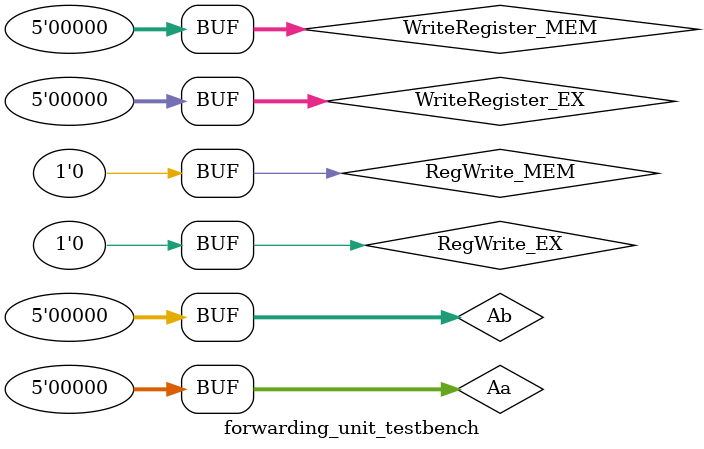
<source format=sv>
module forwarding_unit (Aa, Ab, RegWrite_MEM, WriteRegister_MEM, RegWrite_EX, WriteRegister_EX, forwardA, forwardB);

    input logic [4:0] Aa, Ab;

    // from mem stage
    input logic RegWrite_MEM;
    input logic [4:0] WriteRegister_MEM;

    // from ex stage
    input logic RegWrite_EX;
    input logic [4:0] WriteRegister_EX;

    // control signals for muxes
    output logic [1:0] forwardA;
    output logic [1:0] forwardB; 

    always_comb begin
        if (RegWrite_EX && (Aa == WriteRegister_EX)) forwardA = 2'b10; 
        else if (RegWrite_MEM && (Aa == WriteRegister_MEM)) forwardA = 2'b01;
        else forwardA = 2'b0;
        
        if (RegWrite_EX && (Ab == WriteRegister_EX)) forwardB = 2'b10; 
        else if (RegWrite_MEM && (Ab == WriteRegister_MEM)) forwardB = 2'b01;
        else forwardB = 2'b0;
    end

endmodule

`timescale 1ps/1ps
module forwarding_unit_testbench ();
    logic [4:0] Aa, Ab;

    // from mem stage
    logic RegWrite_MEM;
    logic [4:0] WriteRegister_MEM;

    // from ex stage
    logic RegWrite_EX;
    logic [4:0] WriteRegister_EX;

    // output control signals for muxes
    logic [1:0] forwardA;
    logic [1:0] forwardB;

    forwarding_unit dut (.*);

    initial begin
        Aa = '0; Ab = '0; RegWrite_MEM = '0; WriteRegister_MEM = '0; RegWrite_EX ='0; WriteRegister_EX = '0; #30;
    end
endmodule
</source>
